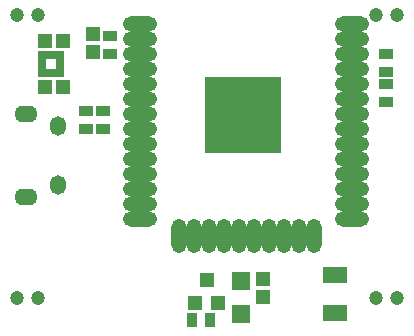
<source format=gbr>
G04 #@! TF.GenerationSoftware,KiCad,Pcbnew,(5.0.0)*
G04 #@! TF.CreationDate,2019-12-04T16:08:42-05:00*
G04 #@! TF.ProjectId,Watchy,5761746368792E6B696361645F706362,rev?*
G04 #@! TF.SameCoordinates,Original*
G04 #@! TF.FileFunction,Soldermask,Top*
G04 #@! TF.FilePolarity,Negative*
%FSLAX46Y46*%
G04 Gerber Fmt 4.6, Leading zero omitted, Abs format (unit mm)*
G04 Created by KiCad (PCBNEW (5.0.0)) date 12/04/19 16:08:42*
%MOMM*%
%LPD*%
G01*
G04 APERTURE LIST*
%ADD10C,1.200000*%
%ADD11O,2.900000X1.300000*%
%ADD12O,1.300000X2.900000*%
%ADD13R,6.400000X6.400000*%
%ADD14R,1.150000X1.200000*%
%ADD15R,1.200000X1.150000*%
%ADD16R,1.500000X1.500000*%
%ADD17R,1.200000X1.300000*%
%ADD18R,1.300000X0.900000*%
%ADD19R,0.900000X1.300000*%
%ADD20R,0.775000X0.750000*%
%ADD21R,0.750000X0.775000*%
%ADD22O,1.350000X1.650000*%
%ADD23O,1.950000X1.400000*%
%ADD24R,2.000000X1.400000*%
G04 APERTURE END LIST*
D10*
G04 #@! TO.C,SW1*
X101680000Y-105850000D03*
X99880000Y-105850000D03*
G04 #@! TD*
D11*
G04 #@! TO.C,U1*
X97920000Y-82650000D03*
X97920000Y-83920000D03*
X97920000Y-85190000D03*
X97920000Y-86460000D03*
X97920000Y-87730000D03*
X97920000Y-89000000D03*
X97920000Y-90270000D03*
X97920000Y-91540000D03*
X97920000Y-92810000D03*
X97920000Y-94080000D03*
X97920000Y-95350000D03*
X97920000Y-96620000D03*
X97920000Y-97890000D03*
X97920000Y-99160000D03*
D12*
X94635000Y-100650000D03*
X93365000Y-100650000D03*
X92095000Y-100650000D03*
X90825000Y-100650000D03*
X89555000Y-100650000D03*
X88285000Y-100650000D03*
X87015000Y-100650000D03*
X85745000Y-100650000D03*
X84475000Y-100650000D03*
X83205000Y-100650000D03*
D11*
X79920000Y-99160000D03*
X79920000Y-97890000D03*
X79920000Y-96620000D03*
X79920000Y-95350000D03*
X79920000Y-94080000D03*
X79920000Y-92810000D03*
X79920000Y-91540000D03*
X79920000Y-90270000D03*
X79920000Y-89000000D03*
X79920000Y-87730000D03*
X79920000Y-86460000D03*
X79920000Y-85190000D03*
X79920000Y-83920000D03*
X79920000Y-82650000D03*
D13*
X88620000Y-90350000D03*
G04 #@! TD*
D10*
G04 #@! TO.C,SW4*
X69520000Y-105850000D03*
X71320000Y-105850000D03*
G04 #@! TD*
G04 #@! TO.C,SW2*
X101680000Y-81900000D03*
X99880000Y-81900000D03*
G04 #@! TD*
G04 #@! TO.C,SW3*
X69520000Y-81900000D03*
X71320000Y-81900000D03*
G04 #@! TD*
D14*
G04 #@! TO.C,C3*
X75990000Y-85040000D03*
X75990000Y-83540000D03*
G04 #@! TD*
D15*
G04 #@! TO.C,C18*
X71880000Y-84060000D03*
X73380000Y-84060000D03*
G04 #@! TD*
D14*
G04 #@! TO.C,C21*
X90380000Y-104250000D03*
X90380000Y-105750000D03*
G04 #@! TD*
D16*
G04 #@! TO.C,D6*
X88530000Y-107200000D03*
X88530000Y-104400000D03*
G04 #@! TD*
D17*
G04 #@! TO.C,Q4*
X85580000Y-104300000D03*
X86530000Y-106300000D03*
X84630000Y-106300000D03*
G04 #@! TD*
D18*
G04 #@! TO.C,R2*
X77390000Y-83690000D03*
X77390000Y-85190000D03*
G04 #@! TD*
G04 #@! TO.C,R9*
X100740000Y-87740000D03*
X100740000Y-89240000D03*
G04 #@! TD*
G04 #@! TO.C,R10*
X76790000Y-90040000D03*
X76790000Y-91540000D03*
G04 #@! TD*
G04 #@! TO.C,R11*
X75340000Y-90040000D03*
X75340000Y-91540000D03*
G04 #@! TD*
D19*
G04 #@! TO.C,R16*
X85830000Y-107750000D03*
X84330000Y-107750000D03*
G04 #@! TD*
D20*
G04 #@! TO.C,U4*
X73142500Y-85760000D03*
X73142500Y-86260000D03*
X71617500Y-86260000D03*
X71617500Y-85760000D03*
D21*
X73130000Y-86772500D03*
X73130000Y-85247500D03*
X71630000Y-86772500D03*
X71630000Y-85247500D03*
X72130000Y-86772500D03*
X72630000Y-86772500D03*
X72130000Y-85247500D03*
X72630000Y-85247500D03*
G04 #@! TD*
D15*
G04 #@! TO.C,C15*
X73380000Y-87960000D03*
X71880000Y-87960000D03*
G04 #@! TD*
D22*
G04 #@! TO.C,J2*
X73000000Y-96270000D03*
X73000000Y-91270000D03*
D23*
X70300000Y-97270000D03*
X70300000Y-90270000D03*
G04 #@! TD*
D18*
G04 #@! TO.C,R8*
X100740000Y-86690000D03*
X100740000Y-85190000D03*
G04 #@! TD*
D24*
G04 #@! TO.C,M1*
X96480000Y-103950000D03*
X96480000Y-107150000D03*
G04 #@! TD*
M02*

</source>
